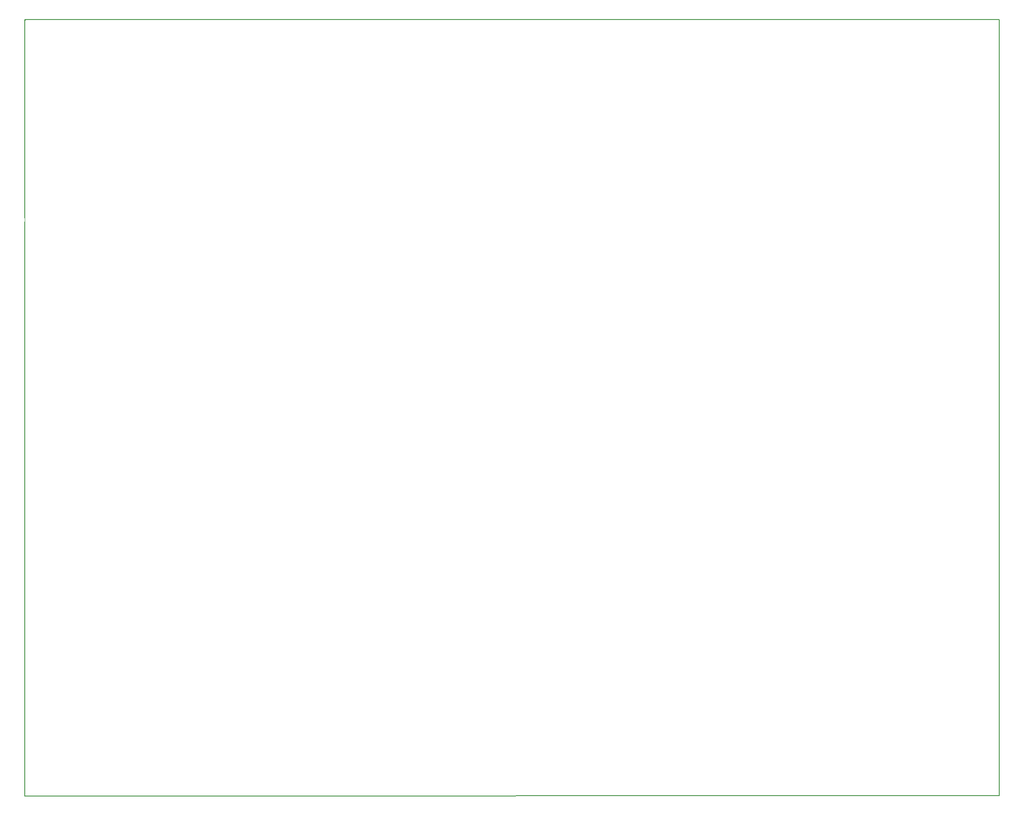
<source format=gbr>
%TF.GenerationSoftware,KiCad,Pcbnew,(5.1.9)-1*%
%TF.CreationDate,2021-04-02T12:34:59-05:00*%
%TF.ProjectId,FM Towns Pico Adapter,464d2054-6f77-46e7-9320-5069636f2041,rev?*%
%TF.SameCoordinates,Original*%
%TF.FileFunction,Profile,NP*%
%FSLAX46Y46*%
G04 Gerber Fmt 4.6, Leading zero omitted, Abs format (unit mm)*
G04 Created by KiCad (PCBNEW (5.1.9)-1) date 2021-04-02 12:34:59*
%MOMM*%
%LPD*%
G01*
G04 APERTURE LIST*
%TA.AperFunction,Profile*%
%ADD10C,0.050000*%
%TD*%
%TA.AperFunction,Profile*%
%ADD11C,0.152400*%
%TD*%
G04 APERTURE END LIST*
D10*
X40180000Y-22080000D02*
X40190000Y-22080000D01*
X40180000Y-22230000D02*
X40180000Y-22080000D01*
X40080000Y-22020000D02*
X40200000Y-22070000D01*
X40080000Y-22240000D02*
X40080000Y-22020000D01*
X40090000Y-22030000D02*
X40090000Y-22250000D01*
X40210000Y-22020000D02*
X40210000Y-22030000D01*
X40130000Y-22290000D02*
X40210000Y-22020000D01*
X230124000Y-22034500D02*
X230124000Y-22098000D01*
D11*
X40132000Y-22034500D02*
X230124000Y-22034500D01*
D10*
X40132000Y-22225000D02*
X40132000Y-22034500D01*
D11*
X230124000Y-22098000D02*
X230124000Y-173482000D01*
X40132000Y-173609000D02*
X230124000Y-173482000D01*
X40132000Y-60706000D02*
X40132000Y-22225000D01*
D10*
X40132000Y-61468000D02*
X40132000Y-60706000D01*
D11*
X40132000Y-135509000D02*
X40132000Y-173609000D01*
X40132000Y-61468000D02*
X40132000Y-135763000D01*
M02*

</source>
